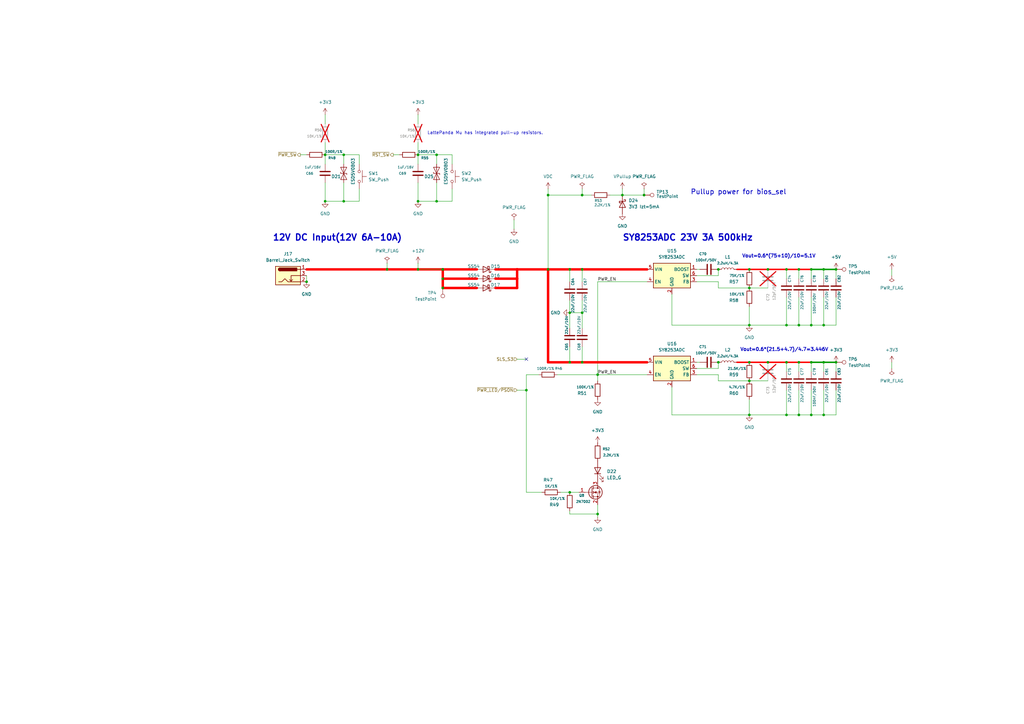
<source format=kicad_sch>
(kicad_sch (version 20250114) (generator "eeschema") (generator_version "9.0")
  (paper "A3")
  (lib_symbols
    (symbol "+3V3_1" (power) (pin_numbers (hide yes)) (pin_names (offset 0) (hide yes))
      (property "Value" "+3V3" (at 0 3.556 0))
      (symbol "+3V3_1_0_1"
        (polyline (pts (xy -0.762 1.27) (xy 0 2.54)))
        (polyline (pts (xy 0 2.54) (xy 0.762 1.27)))
        (polyline (pts (xy 0 0) (xy 0 2.54)))
      )
      (symbol "+3V3_1_1_1"
        (pin power_in line (at 0 0 90) (length 0) (name "~") (number "1"))
      )
    )
    (symbol "Connector:Barrel_Jack_Switch" (pin_names (hide yes))
      (property "Reference" "J" (at 0 5.334 0))
      (property "Value" "Barrel_Jack_Switch" (at 0 -5.08 0))
      (symbol "Barrel_Jack_Switch_0_1"
        (rectangle (start -5.08 3.81) (end 5.08 -3.81) (stroke (width 0.254)) (fill (type background)))
        (polyline (pts (xy -3.81 -2.54) (xy -2.54 -2.54) (xy -1.27 -1.27) (xy 0 -2.54) (xy 2.54 -2.54) (xy 5.08 -2.54)) (stroke (width 0.254)))
        (arc (start -3.302 1.905) (mid -3.9343 2.54) (end -3.302 3.175) (stroke (width 0.254)))
        (arc (start -3.302 1.905) (mid -3.9343 2.54) (end -3.302 3.175) (stroke (width 0.254)) (fill (type outline)))
        (polyline (pts (xy 1.27 -2.286) (xy 1.905 -1.651)) (stroke (width 0.254)))
        (rectangle (start 3.683 3.175) (end -3.302 1.905) (stroke (width 0.254)) (fill (type outline)))
        (polyline (pts (xy 5.08 2.54) (xy 3.81 2.54)) (stroke (width 0.254)))
        (polyline (pts (xy 5.08 0) (xy 1.27 0) (xy 1.27 -2.286) (xy 0.635 -1.651)) (stroke (width 0.254)))
      )
      (symbol "Barrel_Jack_Switch_1_1"
        (pin passive line (at 7.62 2.54 180) (length 2.54) (name "~") (number "1"))
        (pin passive line (at 7.62 0 180) (length 2.54) (name "~") (number "3"))
        (pin passive line (at 7.62 -2.54 180) (length 2.54) (name "~") (number "2"))
      )
    )
    (symbol "Connector:TestPoint" (pin_numbers (hide yes)) (pin_names (offset 0.762) (hide yes))
      (property "Reference" "TP" (at 0 6.858 0))
      (property "Value" "TestPoint" (at 0 5.08 0))
      (symbol "TestPoint_0_1"
        (circle (center 0 3.302) (radius 0.762))
      )
      (symbol "TestPoint_1_1"
        (pin passive line (at 0 0 90) (length 2.54) (name "1") (number "1"))
      )
    )
    (symbol "Device:C" (pin_numbers (hide yes)) (pin_names (offset 0.254))
      (property "Reference" "C" (at 0.635 2.54 0))
      (property "Value" "C" (at 0.635 -2.54 0))
      (symbol "C_0_1"
        (polyline (pts (xy -2.032 0.762) (xy 2.032 0.762)) (stroke (width 0.508)))
        (polyline (pts (xy -2.032 -0.762) (xy 2.032 -0.762)) (stroke (width 0.508)))
      )
      (symbol "C_1_1"
        (pin passive line (at 0 3.81 270) (length 2.794) (name "~") (number "1"))
        (pin passive line (at 0 -3.81 90) (length 2.794) (name "~") (number "2"))
      )
    )
    (symbol "Device:D_Schottky" (pin_numbers (hide yes)) (pin_names (offset 1.016) (hide yes))
      (property "Reference" "D" (at 0 2.54 0))
      (property "Value" "D_Schottky" (at 0 -2.54 0))
      (symbol "D_Schottky_0_1"
        (polyline (pts (xy -1.905 0.635) (xy -1.905 1.27) (xy -1.27 1.27) (xy -1.27 -1.27) (xy -0.635 -1.27) (xy -0.635 -0.635)) (stroke (width 0.254)))
        (polyline (pts (xy 1.27 1.27) (xy 1.27 -1.27) (xy -1.27 0) (xy 1.27 1.27)) (stroke (width 0.254)))
        (polyline (pts (xy 1.27 0) (xy -1.27 0)))
      )
      (symbol "D_Schottky_1_1"
        (pin passive line (at -3.81 0 0) (length 2.54) (name "K") (number "1"))
        (pin passive line (at 3.81 0 180) (length 2.54) (name "A") (number "2"))
      )
    )
    (symbol "Device:L" (pin_numbers (hide yes)) (pin_names (offset 1.016) (hide yes))
      (property "Reference" "L" (at -1.27 0 90))
      (property "Value" "L" (at 1.905 0 90))
      (symbol "L_0_1"
        (arc (start 0 2.54) (mid 0.6323 1.905) (end 0 1.27))
        (arc (start 0 1.27) (mid 0.6323 0.635) (end 0 0))
        (arc (start 0 0) (mid 0.6323 -0.635) (end 0 -1.27))
        (arc (start 0 -1.27) (mid 0.6323 -1.905) (end 0 -2.54))
      )
      (symbol "L_1_1"
        (pin passive line (at 0 3.81 270) (length 1.27) (name "1") (number "1"))
        (pin passive line (at 0 -3.81 90) (length 1.27) (name "2") (number "2"))
      )
    )
    (symbol "Device:LED" (pin_numbers (hide yes)) (pin_names (offset 1.016) (hide yes))
      (property "Reference" "D" (at 0 2.54 0))
      (property "Value" "LED" (at 0 -2.54 0))
      (symbol "LED_0_1"
        (polyline (pts (xy -3.048 -0.762) (xy -4.572 -2.286) (xy -3.81 -2.286) (xy -4.572 -2.286) (xy -4.572 -1.524)))
        (polyline (pts (xy -1.778 -0.762) (xy -3.302 -2.286) (xy -2.54 -2.286) (xy -3.302 -2.286) (xy -3.302 -1.524)))
        (polyline (pts (xy -1.27 0) (xy 1.27 0)))
        (polyline (pts (xy -1.27 -1.27) (xy -1.27 1.27)) (stroke (width 0.254)))
        (polyline (pts (xy 1.27 -1.27) (xy 1.27 1.27) (xy -1.27 0) (xy 1.27 -1.27)) (stroke (width 0.254)))
      )
      (symbol "LED_1_1"
        (pin passive line (at -3.81 0 0) (length 2.54) (name "K") (number "1"))
        (pin passive line (at 3.81 0 180) (length 2.54) (name "A") (number "2"))
      )
    )
    (symbol "Device:R" (pin_numbers (hide yes)) (pin_names (offset 0))
      (property "Reference" "R" (at 2.032 0 90))
      (property "Value" "R" (at 0 0 90))
      (symbol "R_0_1"
        (rectangle (start -1.016 -2.54) (end 1.016 2.54) (stroke (width 0.254)))
      )
      (symbol "R_1_1"
        (pin passive line (at 0 3.81 270) (length 1.27) (name "~") (number "1"))
        (pin passive line (at 0 -3.81 90) (length 1.27) (name "~") (number "2"))
      )
    )
    (symbol "Diode:ESD9B5.0ST5G" (pin_numbers (hide yes)) (pin_names (offset 1.016) (hide yes))
      (property "Reference" "D" (at 0 2.54 0))
      (property "Value" "ESD9B5.0ST5G" (at 0 -2.54 0))
      (symbol "ESD9B5.0ST5G_0_1"
        (polyline (pts (xy -2.54 -1.27) (xy 0 0) (xy -2.54 1.27) (xy -2.54 -1.27)) (stroke (width 0.2032)))
        (polyline (pts (xy 0.508 1.27) (xy 0 1.27) (xy 0 -1.27) (xy -0.508 -1.27)) (stroke (width 0.2032)))
        (polyline (pts (xy 1.27 0) (xy -1.27 0)))
        (polyline (pts (xy 2.54 1.27) (xy 2.54 -1.27) (xy 0 0) (xy 2.54 1.27)) (stroke (width 0.2032)))
      )
      (symbol "ESD9B5.0ST5G_1_1"
        (pin passive line (at -3.81 0 0) (length 2.54) (name "A1") (number "1"))
        (pin passive line (at 3.81 0 180) (length 2.54) (name "A2") (number "2"))
      )
    )
    (symbol "Regulator_Switching:LM2734X"
      (property "Reference" "U" (at -7.62 6.35 0))
      (property "Value" "LM2734X" (at 0 6.35 0))
      (symbol "LM2734X_0_1"
        (rectangle (start -7.62 5.08) (end 7.62 -5.08) (stroke (width 0.254)) (fill (type background)))
        (pin input line (at 10.16 2.54 180) (length 2.54) (name "BOOST") (number "1"))
      )
      (symbol "LM2734X_1_1"
        (pin power_in line (at -10.16 2.54 0) (length 2.54) (name "VIN") (number "5"))
        (pin input line (at -10.16 -2.54 0) (length 2.54) (name "EN") (number "4"))
        (pin power_in line (at 0 -7.62 90) (length 2.54) (name "GND") (number "2"))
        (pin output line (at 10.16 0 180) (length 2.54) (name "SW") (number "6"))
        (pin input line (at 10.16 -2.54 180) (length 2.54) (name "FB") (number "3"))
      )
    )
    (symbol "Switch:SW_Push" (pin_numbers (hide yes)) (pin_names (offset 1.016) (hide yes))
      (property "Reference" "SW" (at 1.27 2.54 0))
      (property "Value" "SW_Push" (at 0 -1.524 0))
      (symbol "SW_Push_0_1"
        (circle (center -2.032 0) (radius 0.508))
        (polyline (pts (xy 0 1.27) (xy 0 3.048)))
        (circle (center 2.032 0) (radius 0.508))
        (polyline (pts (xy 2.54 1.27) (xy -2.54 1.27)))
        (pin passive line (at -5.08 0 0) (length 2.54) (name "1") (number "1"))
        (pin passive line (at 5.08 0 180) (length 2.54) (name "2") (number "2"))
      )
    )
    (symbol "Transistor_FET:2N7002" (pin_names (hide yes))
      (property "Reference" "Q" (at 5.08 1.905 0))
      (property "Value" "2N7002" (at 5.08 0 0))
      (symbol "2N7002_0_1"
        (polyline (pts (xy 0.254 1.905) (xy 0.254 -1.905)) (stroke (width 0.254)))
        (polyline (pts (xy 0.254 0) (xy -2.54 0)))
        (polyline (pts (xy 0.762 2.286) (xy 0.762 1.27)) (stroke (width 0.254)))
        (polyline (pts (xy 0.762 0.508) (xy 0.762 -0.508)) (stroke (width 0.254)))
        (polyline (pts (xy 0.762 -1.27) (xy 0.762 -2.286)) (stroke (width 0.254)))
        (polyline (pts (xy 0.762 -1.778) (xy 3.302 -1.778) (xy 3.302 1.778) (xy 0.762 1.778)))
        (polyline (pts (xy 1.016 0) (xy 2.032 0.381) (xy 2.032 -0.381) (xy 1.016 0)) (fill (type outline)))
        (circle (center 1.651 0) (radius 2.794) (stroke (width 0.254)))
        (polyline (pts (xy 2.54 2.54) (xy 2.54 1.778)))
        (circle (center 2.54 1.778) (radius 0.254) (fill (type outline)))
        (circle (center 2.54 -1.778) (radius 0.254) (fill (type outline)))
        (polyline (pts (xy 2.54 -2.54) (xy 2.54 0) (xy 0.762 0)))
        (polyline (pts (xy 2.794 0.508) (xy 2.921 0.381) (xy 3.683 0.381) (xy 3.81 0.254)))
        (polyline (pts (xy 3.302 0.381) (xy 2.921 -0.254) (xy 3.683 -0.254) (xy 3.302 0.381)))
      )
      (symbol "2N7002_1_1"
        (pin input line (at -5.08 0 0) (length 2.54) (name "G") (number "1"))
        (pin passive line (at 2.54 5.08 270) (length 2.54) (name "D") (number "3"))
        (pin passive line (at 2.54 -5.08 90) (length 2.54) (name "S") (number "2"))
      )
    )
    (symbol "power:+12V" (power) (pin_numbers (hide yes)) (pin_names (offset 0) (hide yes))
      (property "Value" "+12V" (at 0 3.556 0))
      (symbol "+12V_0_1"
        (polyline (pts (xy -0.762 1.27) (xy 0 2.54)))
        (polyline (pts (xy 0 2.54) (xy 0.762 1.27)))
        (polyline (pts (xy 0 0) (xy 0 2.54)))
      )
      (symbol "+12V_1_1"
        (pin power_in line (at 0 0 90) (length 0) (name "~") (number "1"))
      )
    )
    (symbol "power:+3V3" (power) (pin_numbers (hide yes)) (pin_names (offset 0) (hide yes))
      (property "Value" "+3V3" (at 0 3.556 0))
      (symbol "+3V3_0_1"
        (polyline (pts (xy -0.762 1.27) (xy 0 2.54)))
        (polyline (pts (xy 0 2.54) (xy 0.762 1.27)))
        (polyline (pts (xy 0 0) (xy 0 2.54)))
      )
      (symbol "+3V3_1_1"
        (pin power_in line (at 0 0 90) (length 0) (name "~") (number "1"))
      )
    )
    (symbol "power:+5V" (power) (pin_numbers (hide yes)) (pin_names (offset 0) (hide yes))
      (property "Value" "+5V" (at 0 3.556 0))
      (symbol "+5V_0_1"
        (polyline (pts (xy -0.762 1.27) (xy 0 2.54)))
        (polyline (pts (xy 0 2.54) (xy 0.762 1.27)))
        (polyline (pts (xy 0 0) (xy 0 2.54)))
      )
      (symbol "+5V_1_1"
        (pin power_in line (at 0 0 90) (length 0) (name "~") (number "1"))
      )
    )
    (symbol "power:GND" (power) (pin_numbers (hide yes)) (pin_names (offset 0) (hide yes))
      (property "Value" "GND" (at 0 -3.81 0))
      (symbol "GND_0_1"
        (polyline (pts (xy 0 0) (xy 0 -1.27) (xy 1.27 -1.27) (xy 0 -2.54) (xy -1.27 -1.27) (xy 0 -1.27)))
      )
      (symbol "GND_1_1"
        (pin power_in line (at 0 0 270) (length 0) (name "~") (number "1"))
      )
    )
    (symbol "power:PWR_FLAG" (power) (pin_numbers (hide yes)) (pin_names (offset 0) (hide yes))
      (property "Value" "PWR_FLAG" (at 0 3.81 0))
      (symbol "PWR_FLAG_0_0"
        (pin power_out line (at 0 0 90) (length 0) (name "~") (number "1"))
      )
      (symbol "PWR_FLAG_0_1"
        (polyline (pts (xy 0 0) (xy 0 1.27) (xy -1.016 1.905) (xy 0 2.54) (xy 1.016 1.905) (xy 0 1.27)))
      )
    )
    (symbol "power:VDC" (power) (pin_numbers (hide yes)) (pin_names (offset 0) (hide yes))
      (property "Value" "VDC" (at 0 3.556 0))
      (symbol "VDC_0_1"
        (polyline (pts (xy -0.762 1.27) (xy 0 2.54)))
        (polyline (pts (xy 0 2.54) (xy 0.762 1.27)))
        (polyline (pts (xy 0 0) (xy 0 2.54)))
      )
      (symbol "VDC_1_1"
        (pin power_in line (at 0 0 90) (length 0) (name "~") (number "1"))
      )
    )
  )
  (text "Vout=0.6*(21.5+4.7)/4.7=3.446V" (at 303.53 144.272 0) (effects (font (size 1.397 1.397) (thickness 0.2794) (bold yes)) (justify left bottom)))
  (text "Vout=0.6*(75+10)/10=5.1V" (at 304.292 105.918 0) (effects (font (size 1.397 1.397) (thickness 0.2794) (bold yes)) (justify left bottom)))
  (text "Pullup power for bios_sel\n" (at 283.21 80.01 0) (effects (font (size 2 2) (thickness 0.2794) (bold yes)) (justify left bottom)))
  (text "SY8253ADC 23V 3A 500kHz\n" (at 255.27 99.06 0) (effects (font (size 2.54 2.54) (thickness 0.508) (bold yes)) (justify left bottom)))
  (text "12V DC Input(12V 6A-10A)" (at 111.76 99.06 0) (effects (font (size 2.54 2.54) (thickness 0.508) (bold yes)) (justify left bottom)))
  (text "LattePanda Mu has integrated pull-up resistors." (at 175.26 54.61 0) (effects (font (size 1.27 1.27)) (justify left)))
  (junction (at 322.58 148.59))
  (junction (at 332.74 110.49))
  (junction (at 233.68 128.27))
  (junction (at 140.97 63.5))
  (junction (at 332.74 170.18))
  (junction (at 179.07 63.5))
  (junction (at 294.64 110.49))
  (junction (at 238.76 128.27))
  (junction (at 307.34 110.49))
  (junction (at 233.68 110.49))
  (junction (at 332.74 133.35))
  (junction (at 337.82 170.18))
  (junction (at 322.58 170.18))
  (junction (at 212.09 114.3) (color 255 0 0 1))
  (junction (at 212.09 110.49) (color 255 0 0 1))
  (junction (at 181.61 114.3))
  (junction (at 327.66 110.49))
  (junction (at 171.45 110.49))
  (junction (at 245.11 210.82))
  (junction (at 215.9 160.02))
  (junction (at 322.58 110.49))
  (junction (at 337.82 133.35))
  (junction (at 332.74 148.59))
  (junction (at 224.79 110.49))
  (junction (at 233.68 201.93))
  (junction (at 179.07 82.55))
  (junction (at 238.76 148.59))
  (junction (at 327.66 148.59))
  (junction (at 342.9 148.59))
  (junction (at 238.76 110.49))
  (junction (at 314.96 110.49))
  (junction (at 307.34 148.59))
  (junction (at 337.82 148.59))
  (junction (at 314.96 148.59))
  (junction (at 181.61 110.49))
  (junction (at 307.34 118.11))
  (junction (at 342.9 110.49))
  (junction (at 224.79 80.01))
  (junction (at 181.61 118.11))
  (junction (at 133.35 82.55))
  (junction (at 264.16 80.01))
  (junction (at 140.97 82.55))
  (junction (at 307.34 156.21))
  (junction (at 255.27 80.01))
  (junction (at 245.11 153.67))
  (junction (at 158.75 110.49))
  (junction (at 233.68 148.59))
  (junction (at 327.66 133.35))
  (junction (at 125.73 115.57))
  (junction (at 307.34 170.18))
  (junction (at 307.34 133.35))
  (junction (at 322.58 133.35))
  (junction (at 133.35 63.5))
  (junction (at 327.66 170.18))
  (junction (at 238.76 80.01))
  (junction (at 171.45 63.5))
  (junction (at 337.82 110.49))
  (junction (at 294.64 148.59))
  (junction (at 171.45 82.55))
  (no_connect (at 215.9 147.32))
  (wire (pts (xy 215.9 201.93) (xy 222.25 201.93)))
  (wire (pts (xy 327.66 110.49) (xy 327.66 114.3)))
  (wire (pts (xy 224.79 80.01) (xy 238.76 80.01)))
  (wire (pts (xy 332.74 133.35) (xy 327.66 133.35)))
  (wire (pts (xy 171.45 58.42) (xy 171.45 63.5)))
  (wire (pts (xy 140.97 63.5) (xy 140.97 67.31)))
  (wire (pts (xy 327.66 160.02) (xy 327.66 170.18)))
  (wire (pts (xy 185.42 82.55) (xy 179.07 82.55)))
  (wire (pts (xy 133.35 58.42) (xy 133.35 63.5)))
  (wire (pts (xy 158.75 107.95) (xy 158.75 110.49)))
  (wire (pts (xy 255.27 77.47) (xy 255.27 80.01)))
  (wire (pts (xy 123.19 63.5) (xy 125.73 63.5)))
  (wire (pts (xy 195.58 114.3) (xy 181.61 114.3)) (stroke (width 1) (color 255 0 0 1)))
  (wire (pts (xy 327.66 133.35) (xy 327.66 121.92)))
  (wire (pts (xy 337.82 114.3) (xy 337.82 110.49)))
  (wire (pts (xy 203.2 118.11) (xy 212.09 118.11)) (stroke (width 1) (color 255 0 0 1)))
  (wire (pts (xy 181.61 118.11) (xy 181.61 114.3)) (stroke (width 1) (color 255 0 0 1)))
  (wire (pts (xy 302.26 148.59) (xy 307.34 148.59)) (stroke (width 0.6) (color 255 0 0 1)))
  (wire (pts (xy 307.34 118.11) (xy 314.96 118.11)))
  (wire (pts (xy 322.58 110.49) (xy 314.96 110.49)) (stroke (width 0.6) (color 255 0 0 1)))
  (wire (pts (xy 342.9 170.18) (xy 337.82 170.18)))
  (wire (pts (xy 215.9 160.02) (xy 215.9 201.93)))
  (wire (pts (xy 224.79 110.49) (xy 224.79 148.59)) (stroke (width 1) (color 255 0 0 1)))
  (wire (pts (xy 307.34 133.35) (xy 322.58 133.35)))
  (wire (pts (xy 342.9 121.92) (xy 342.9 133.35)))
  (wire (pts (xy 302.26 110.49) (xy 307.34 110.49)) (stroke (width 0.6) (color 255 0 0 1)))
  (wire (pts (xy 327.66 148.59) (xy 322.58 148.59)) (stroke (width 0.6) (color 255 0 0 1)))
  (wire (pts (xy 203.2 114.3) (xy 212.09 114.3)) (stroke (width 1) (color 255 0 0 1)))
  (wire (pts (xy 337.82 148.59) (xy 332.74 148.59)) (stroke (width 0.6)))
  (wire (pts (xy 294.64 156.21) (xy 307.34 156.21)))
  (wire (pts (xy 365.76 110.49) (xy 365.76 113.03)))
  (wire (pts (xy 307.34 156.21) (xy 314.96 156.21)))
  (wire (pts (xy 140.97 82.55) (xy 133.35 82.55)))
  (wire (pts (xy 337.82 152.4) (xy 337.82 148.59)))
  (wire (pts (xy 161.29 63.5) (xy 163.83 63.5)))
  (wire (pts (xy 294.64 113.03) (xy 294.64 110.49)))
  (wire (pts (xy 181.61 110.49) (xy 195.58 110.49)) (stroke (width 1) (color 255 0 0 1)))
  (wire (pts (xy 171.45 107.95) (xy 171.45 110.49)))
  (wire (pts (xy 215.9 153.67) (xy 215.9 160.02)))
  (wire (pts (xy 179.07 63.5) (xy 179.07 67.31)))
  (wire (pts (xy 332.74 148.59) (xy 327.66 148.59)) (stroke (width 0.6) (color 255 0 0 1)))
  (wire (pts (xy 332.74 110.49) (xy 327.66 110.49)) (stroke (width 0.6) (color 255 0 0 1)))
  (wire (pts (xy 322.58 110.49) (xy 322.58 114.3)))
  (wire (pts (xy 264.16 80.01) (xy 255.27 80.01)))
  (wire (pts (xy 337.82 110.49) (xy 332.74 110.49)) (stroke (width 0.6)))
  (wire (pts (xy 275.59 120.65) (xy 275.59 133.35)))
  (wire (pts (xy 133.35 63.5) (xy 133.35 67.31)))
  (wire (pts (xy 147.32 63.5) (xy 140.97 63.5)))
  (wire (pts (xy 307.34 125.73) (xy 307.34 133.35)))
  (wire (pts (xy 245.11 207.01) (xy 245.11 210.82)))
  (wire (pts (xy 342.9 148.59) (xy 337.82 148.59)))
  (wire (pts (xy 125.73 113.03) (xy 125.73 115.57)))
  (wire (pts (xy 285.75 113.03) (xy 294.64 113.03)))
  (wire (pts (xy 332.74 152.4) (xy 332.74 148.59)))
  (wire (pts (xy 322.58 148.59) (xy 314.96 148.59)) (stroke (width 0.6) (color 255 0 0 1)))
  (wire (pts (xy 245.11 210.82) (xy 245.11 212.09)))
  (wire (pts (xy 203.2 110.49) (xy 212.09 110.49)) (stroke (width 1) (color 255 0 0 1)))
  (wire (pts (xy 140.97 63.5) (xy 133.35 63.5)))
  (wire (pts (xy 245.11 153.67) (xy 265.43 153.67)))
  (wire (pts (xy 238.76 77.47) (xy 238.76 80.01)))
  (wire (pts (xy 337.82 133.35) (xy 332.74 133.35)))
  (wire (pts (xy 224.79 80.01) (xy 224.79 110.49)))
  (wire (pts (xy 171.45 46.99) (xy 171.45 50.8)))
  (wire (pts (xy 212.09 147.32) (xy 215.9 147.32)))
  (wire (pts (xy 233.68 201.93) (xy 237.49 201.93)))
  (wire (pts (xy 294.64 151.13) (xy 294.64 148.59)))
  (wire (pts (xy 337.82 170.18) (xy 332.74 170.18)))
  (wire (pts (xy 275.59 158.75) (xy 275.59 170.18)))
  (wire (pts (xy 337.82 148.59) (xy 332.74 148.59)))
  (wire (pts (xy 294.64 115.57) (xy 294.64 118.11)))
  (wire (pts (xy 229.87 201.93) (xy 233.68 201.93)))
  (wire (pts (xy 332.74 160.02) (xy 332.74 170.18)))
  (wire (pts (xy 212.09 110.49) (xy 224.79 110.49)) (stroke (width 1) (color 255 0 0 1)))
  (wire (pts (xy 337.82 160.02) (xy 337.82 170.18)))
  (wire (pts (xy 179.07 74.93) (xy 179.07 82.55)))
  (wire (pts (xy 285.75 110.49) (xy 287.02 110.49)))
  (wire (pts (xy 322.58 170.18) (xy 327.66 170.18)))
  (wire (pts (xy 212.09 110.49) (xy 212.09 114.3)) (stroke (width 1) (color 255 0 0 1)))
  (wire (pts (xy 212.09 160.02) (xy 215.9 160.02)))
  (wire (pts (xy 171.45 63.5) (xy 171.45 67.31)))
  (wire (pts (xy 342.9 152.4) (xy 342.9 148.59)))
  (wire (pts (xy 238.76 110.49) (xy 265.43 110.49)) (stroke (width 1) (color 255 0 0 1)))
  (wire (pts (xy 332.74 121.92) (xy 332.74 133.35)))
  (wire (pts (xy 365.76 148.59) (xy 365.76 151.13)))
  (wire (pts (xy 332.74 170.18) (xy 327.66 170.18)))
  (wire (pts (xy 285.75 153.67) (xy 294.64 153.67)))
  (wire (pts (xy 215.9 153.67) (xy 220.98 153.67)))
  (wire (pts (xy 285.75 151.13) (xy 294.64 151.13)))
  (wire (pts (xy 228.6 153.67) (xy 245.11 153.67)))
  (wire (pts (xy 185.42 67.31) (xy 185.42 63.5)))
  (wire (pts (xy 233.68 110.49) (xy 238.76 110.49)) (stroke (width 1) (color 255 0 0 1)))
  (wire (pts (xy 224.79 110.49) (xy 233.68 110.49)) (stroke (width 1) (color 255 0 0 1)))
  (wire (pts (xy 275.59 170.18) (xy 307.34 170.18)))
  (wire (pts (xy 322.58 160.02) (xy 322.58 170.18)))
  (wire (pts (xy 185.42 77.47) (xy 185.42 82.55)))
  (wire (pts (xy 322.58 133.35) (xy 327.66 133.35)))
  (wire (pts (xy 212.09 114.3) (xy 212.09 118.11)) (stroke (width 1) (color 255 0 0 1)))
  (wire (pts (xy 245.11 115.57) (xy 245.11 153.67)))
  (wire (pts (xy 210.82 90.17) (xy 210.82 93.98)))
  (wire (pts (xy 195.58 118.11) (xy 181.61 118.11)) (stroke (width 1) (color 255 0 0 1)))
  (wire (pts (xy 327.66 110.49) (xy 322.58 110.49)) (stroke (width 0.6) (color 255 0 0 1)))
  (wire (pts (xy 294.64 153.67) (xy 294.64 156.21)))
  (wire (pts (xy 185.42 63.5) (xy 179.07 63.5)))
  (wire (pts (xy 238.76 142.24) (xy 238.76 148.59)))
  (wire (pts (xy 327.66 148.59) (xy 327.66 152.4)))
  (wire (pts (xy 337.82 121.92) (xy 337.82 133.35)))
  (wire (pts (xy 250.19 80.01) (xy 255.27 80.01)))
  (wire (pts (xy 224.79 148.59) (xy 233.68 148.59)) (stroke (width 1) (color 255 0 0 1)))
  (wire (pts (xy 238.76 128.27) (xy 238.76 134.62)))
  (wire (pts (xy 147.32 77.47) (xy 147.32 82.55)))
  (wire (pts (xy 133.35 46.99) (xy 133.35 50.8)))
  (wire (pts (xy 238.76 80.01) (xy 242.57 80.01)))
  (wire (pts (xy 238.76 148.59) (xy 265.43 148.59)) (stroke (width 1) (color 255 0 0 1)))
  (wire (pts (xy 264.16 77.47) (xy 264.16 80.01)))
  (wire (pts (xy 275.59 133.35) (xy 307.34 133.35)))
  (wire (pts (xy 342.9 148.59) (xy 337.82 148.59)) (stroke (width 0.6)))
  (wire (pts (xy 285.75 148.59) (xy 287.02 148.59)))
  (wire (pts (xy 238.76 123.19) (xy 238.76 128.27)))
  (wire (pts (xy 140.97 74.93) (xy 140.97 82.55)))
  (wire (pts (xy 307.34 170.18) (xy 322.58 170.18)))
  (wire (pts (xy 342.9 114.3) (xy 342.9 110.49)))
  (wire (pts (xy 147.32 67.31) (xy 147.32 63.5)))
  (wire (pts (xy 337.82 110.49) (xy 332.74 110.49)))
  (wire (pts (xy 233.68 148.59) (xy 238.76 148.59)) (stroke (width 1) (color 255 0 0 1)))
  (wire (pts (xy 332.74 114.3) (xy 332.74 110.49)))
  (wire (pts (xy 171.45 110.49) (xy 181.61 110.49)) (stroke (width 1) (color 255 0 0 1)))
  (wire (pts (xy 322.58 121.92) (xy 322.58 133.35)))
  (wire (pts (xy 224.79 77.47) (xy 224.79 80.01)))
  (wire (pts (xy 342.9 133.35) (xy 337.82 133.35)))
  (wire (pts (xy 158.75 110.49) (xy 171.45 110.49)) (stroke (width 1) (color 255 0 0 1)))
  (wire (pts (xy 147.32 82.55) (xy 140.97 82.55)))
  (wire (pts (xy 233.68 115.57) (xy 233.68 110.49)))
  (wire (pts (xy 233.68 123.19) (xy 233.68 128.27)))
  (wire (pts (xy 233.68 142.24) (xy 233.68 148.59)))
  (wire (pts (xy 238.76 115.57) (xy 238.76 110.49)))
  (wire (pts (xy 233.68 210.82) (xy 245.11 210.82)))
  (wire (pts (xy 233.68 128.27) (xy 233.68 134.62)))
  (wire (pts (xy 307.34 163.83) (xy 307.34 170.18)))
  (wire (pts (xy 125.73 110.49) (xy 158.75 110.49)) (stroke (width 1) (color 255 0 0 1)))
  (wire (pts (xy 179.07 82.55) (xy 171.45 82.55)))
  (wire (pts (xy 245.11 153.67) (xy 245.11 156.21)))
  (wire (pts (xy 181.61 114.3) (xy 181.61 110.49)) (stroke (width 1) (color 255 0 0 1)))
  (wire (pts (xy 337.82 110.49) (xy 342.9 110.49)) (stroke (width 0.6)))
  (wire (pts (xy 285.75 115.57) (xy 294.64 115.57)))
  (wire (pts (xy 171.45 110.49) (xy 181.61 110.49)))
  (wire (pts (xy 307.34 110.49) (xy 314.96 110.49)) (stroke (width 0.6) (color 255 0 0 1)))
  (wire (pts (xy 179.07 63.5) (xy 171.45 63.5)))
  (wire (pts (xy 171.45 110.49) (xy 167.64 110.49)))
  (wire (pts (xy 245.11 115.57) (xy 265.43 115.57)))
  (wire (pts (xy 307.34 148.59) (xy 314.96 148.59)) (stroke (width 0.6) (color 255 0 0 1)))
  (wire (pts (xy 171.45 74.93) (xy 171.45 82.55)))
  (wire (pts (xy 133.35 74.93) (xy 133.35 82.55)))
  (wire (pts (xy 322.58 148.59) (xy 322.58 152.4)))
  (wire (pts (xy 233.68 209.55) (xy 233.68 210.82)))
  (wire (pts (xy 342.9 110.49) (xy 337.82 110.49)))
  (wire (pts (xy 294.64 118.11) (xy 307.34 118.11)))
  (wire (pts (xy 238.76 128.27) (xy 233.68 128.27)))
  (wire (pts (xy 342.9 160.02) (xy 342.9 170.18)))
  (label "PWR_EN" (at 245.11 115.57 0))
  (label "PWR_EN" (at 245.11 153.67 0))
  (hierarchical_label "SLS_S3" (shape input) (at 212.09 147.32 180))
  (hierarchical_label "~{RST_SW}" (shape output) (at 161.29 63.5 180))
  (hierarchical_label "~{PWR_SW}" (shape output) (at 123.19 63.5 180))
  (hierarchical_label "~{PWR_LED}{slash}~{PSON}" (shape input) (at 212.09 160.02 180))
  (symbol (lib_id "Device:C") (at 327.66 156.21 180) (unit 1)
    (property "Reference" "C77" (at 328.93 152.4 90) (effects (font (size 1 1))))
    (property "Value" "22uF/10V" (at 328.93 161.29 90) (effects (font (size 1 1))))
    (property "Footprint" "A_HDJ_Library:C_0603_1608Metric" (effects (hide yes)))
    (property "SCH_Show_Footprint" "C603" (effects (hide yes)))
  )
  (symbol (lib_id "Connector:Barrel_Jack_Switch") (at 118.11 113.03 0) (unit 1)
    (property "Reference" "J17" (at 118.11 104.14 0))
    (property "Value" "Barrel_Jack_Switch" (at 118.11 106.68 0))
    (property "Footprint" "A_HDJ_Library:DC_Jack_DC007B_30V_10A" (effects (hide yes)))
  )
  (symbol (lib_id "Device:C") (at 314.96 114.3 0) (unit 1) (in_bom no) (dnp yes)
    (property "Reference" "C72" (at 314.96 121.92 90) (effects (font (size 1 1))))
    (property "Value" "12pF/50V" (at 317.5 119.38 90) (effects (font (size 1 1))))
    (property "Footprint" "Capacitor_SMD:C_0402_1005Metric" (effects (hide yes)))
    (property "SCH_Show_Footprint" "C0402" (effects (hide yes)))
  )
  (symbol (lib_id "Device:C") (at 133.35 71.12 0) (unit 1)
    (property "Reference" "C66" (at 127 71.12 0) (effects (font (size 1 1))))
    (property "Value" "1uF/16V" (at 128.27 68.58 0) (effects (font (size 1 1))))
    (property "Footprint" "A_HDJ_Library:C_0402_1005Metric" (effects (hide yes)))
    (property "SCH_Show_Footprint" "C0402" (effects (hide yes)))
  )
  (symbol (lib_id "Device:R") (at 307.34 121.92 180) (unit 1)
    (property "Reference" "R58" (at 300.99 123.19 0))
    (property "Value" "10K/1%" (at 302.26 120.65 0) (effects (font (size 1 1))))
    (property "Footprint" "A_HDJ_Library:R_0402_1005Metric" (effects (hide yes)))
  )
  (symbol (lib_id "Switch:SW_Push") (at 185.42 72.39 270) (unit 1)
    (property "Reference" "SW2" (at 189.23 71.12 90) (effects (justify left)))
    (property "Value" "SW_Push" (at 189.23 73.66 90) (effects (justify left)))
    (property "Footprint" "A_HDJ_Library:SW_Push_6x6x6" (effects (hide yes)))
  )
  (symbol (lib_id "power:GND") (at 255.27 87.63 0) (unit 1)
    (property "Reference" "#PWR096" (effects (hide yes)))
    (property "Value" "GND" (at 255.27 92.71 0))
  )
  (symbol (lib_id "Device:R") (at 307.34 114.3 180) (unit 1)
    (property "Reference" "R57" (at 300.99 115.57 0))
    (property "Value" "75K/1%" (at 302.26 113.03 0) (effects (font (size 1 1))))
    (property "Footprint" "A_HDJ_Library:R_0402_1005Metric" (effects (hide yes)))
  )
  (symbol (lib_id "Device:C") (at 337.82 118.11 180) (unit 1)
    (property "Reference" "C80" (at 339.09 114.3 90) (effects (font (size 1 1))))
    (property "Value" "22uF/10V" (at 339.09 123.19 90) (effects (font (size 1 1))))
    (property "Footprint" "A_HDJ_Library:C_0603_1608Metric" (effects (hide yes)))
    (property "SCH_Show_Footprint" "C603" (effects (hide yes)))
  )
  (symbol (lib_id "power:GND") (at 245.11 163.83 0) (unit 1)
    (property "Reference" "#PWR090" (effects (hide yes)))
    (property "Value" "GND" (at 245.11 168.91 0))
  )
  (symbol (lib_id "Device:R") (at 167.64 63.5 270) (unit 1)
    (property "Reference" "R55" (at 172.72 64.77 90) (effects (font (size 1 1)) (justify left)))
    (property "Value" "100R/1%" (at 171.45 62.23 90) (effects (font (size 1 1)) (justify left)))
    (property "Footprint" "A_HDJ_Library:R_0402_1005Metric" (effects (hide yes)))
  )
  (symbol (lib_id "power:GND") (at 307.34 170.18 0) (unit 1)
    (property "Reference" "#PWR0100" (effects (hide yes)))
    (property "Value" "GND" (at 307.34 175.26 0))
  )
  (symbol (lib_id "Regulator_Switching:LM2734X") (at 275.59 151.13 0) (unit 1)
    (property "Reference" "U16" (at 275.59 140.97 0))
    (property "Value" "SY8253ADC" (at 275.59 143.51 0))
    (property "Footprint" "A_HDJ_Library:TSOT-23-6" (effects (hide yes)))
    (property "Datasheet" "https://atta.szlcsc.com/upload/public/pdf/source/20180625/C93736_E75EC6FD4320D65590D2D5BF0D8B8959.pdf" (effects (hide yes)))
  )
  (symbol (lib_id "Device:R") (at 133.35 54.61 180) (unit 1) (in_bom no) (dnp yes)
    (property "Reference" "R50" (at 132.08 53.34 0) (effects (font (size 1 1)) (justify left)))
    (property "Value" "10K/1%" (at 132.08 55.88 0) (effects (font (size 1 1)) (justify left)))
    (property "Footprint" "Resistor_SMD:R_0402_1005Metric" (effects (hide yes)))
  )
  (symbol (lib_id "Device:D_Schottky") (at 255.27 83.82 270) (unit 1)
    (property "Reference" "D24" (at 257.81 82.2324 90) (effects (justify left)))
    (property "Value" "3V3 Izt=5mA" (at 257.81 84.7724 90) (effects (justify left)))
    (property "Footprint" "A_HDJ_Library:D_SOD-323" (effects (hide yes)))
    (property "Description" "Schottky diode" (effects (hide yes)))
  )
  (symbol (lib_id "power:GND") (at 245.11 212.09 0) (unit 1)
    (property "Reference" "#PWR092" (effects (hide yes)))
    (property "Value" "GND" (at 245.11 217.17 0))
  )
  (symbol (lib_id "Diode:ESD9B5.0ST5G") (at 179.07 71.12 90) (unit 1)
    (property "Reference" "D25" (at 173.99 72.39 90) (effects (justify right)))
    (property "Value" "ESD5V0B03" (at 182.88 64.77 0) (effects (justify right)))
    (property "Footprint" "A_HDJ_Library:D_0402_1005Metric" (effects (hide yes)))
    (property "Datasheet" "https://www.onsemi.com/pub/Collateral/ESD9B-D.PDF" (effects (hide yes)))
    (property "SCH_Show_Footprint" "D0402" (effects (hide yes)))
  )
  (symbol (lib_name "+3V3_1") (lib_id "power:+3V3") (at 255.27 77.47 0) (unit 1)
    (property "Reference" "#PWR095" (effects (hide yes)))
    (property "Value" "VPullup" (at 255.27 72.39 0))
    (property "Description" "Power symbol creates a global label with name \"VPullup\"" (effects (hide yes)))
  )
  (symbol (lib_id "power:GND") (at 307.34 133.35 0) (unit 1)
    (property "Reference" "#PWR099" (effects (hide yes)))
    (property "Value" "GND" (at 307.34 138.43 0))
  )
  (symbol (lib_id "Device:D_Schottky") (at 199.39 110.49 180) (unit 1)
    (property "Reference" "D15" (at 203.2 109.22 0))
    (property "Value" "SS54" (at 194.31 109.22 0))
    (property "Footprint" "A_HDJ_Library:D_SMA" (effects (hide yes)))
    (property "SCH_Show_Footprint" "SMA" (effects (hide yes)))
  )
  (symbol (lib_id "power:PWR_FLAG") (at 365.76 151.13 180) (unit 1)
    (property "Reference" "#FLG0902" (effects (hide yes)))
    (property "Value" "PWR_FLAG" (at 365.76 156.21 0))
    (property "Description" "Special symbol for telling ERC where power comes from" (effects (hide yes)))
  )
  (symbol (lib_id "Device:R") (at 307.34 160.02 180) (unit 1)
    (property "Reference" "R60" (at 300.99 161.29 0))
    (property "Value" "4.7K/1%" (at 302.26 158.75 0) (effects (font (size 1 1))))
    (property "Footprint" "A_HDJ_Library:R_0402_1005Metric" (effects (hide yes)))
  )
  (symbol (lib_id "power:GND") (at 233.68 128.27 270) (unit 1)
    (property "Reference" "#PWR087" (effects (hide yes)))
    (property "Value" "GND" (at 229.87 128.27 90) (effects (justify right)))
  )
  (symbol (lib_id "Device:R") (at 226.06 201.93 90) (unit 1)
    (property "Reference" "R47" (at 224.79 196.85 90))
    (property "Value" "1K/1%" (at 226.06 199.39 90) (effects (font (size 1 1))))
    (property "Footprint" "A_HDJ_Library:R_0402_1005Metric" (effects (hide yes)))
  )
  (symbol (lib_id "Device:C") (at 290.83 110.49 270) (unit 1)
    (property "Reference" "C70" (at 288.29 104.14 90) (effects (font (size 1 1))))
    (property "Value" "100nF/50V" (at 289.56 106.68 90) (effects (font (size 1 1))))
    (property "Footprint" "A_HDJ_Library:C_0402_1005Metric" (effects (hide yes)))
    (property "SCH_Show_Footprint" "C0402" (effects (hide yes)))
  )
  (symbol (lib_id "power:+3V3") (at 342.9 148.59 0) (unit 1)
    (property "Reference" "#PWR0102" (effects (hide yes)))
    (property "Value" "+3V3" (at 342.9 143.51 0))
  )
  (symbol (lib_id "power:+3V3") (at 171.45 46.99 0) (unit 1)
    (property "Reference" "#PWR097" (effects (hide yes)))
    (property "Value" "+3V3" (at 171.45 41.91 0))
  )
  (symbol (lib_id "Connector:TestPoint") (at 181.61 118.11 0) (mirror x) (unit 1) (in_bom no)
    (property "Reference" "TP4" (at 179.07 120.1419 0) (effects (justify right)))
    (property "Value" "TestPoint" (at 179.07 122.6819 0) (effects (justify right)))
    (property "Footprint" "A_HDJ_Library:TestPoint_Pad_D1.5mm" (effects (hide yes)))
    (property "Description" "test point" (effects (hide yes)))
  )
  (symbol (lib_id "Device:C") (at 314.96 152.4 0) (unit 1) (in_bom no) (dnp yes)
    (property "Reference" "C73" (at 314.96 160.02 90) (effects (font (size 1 1))))
    (property "Value" "12pF/50V" (at 317.5 157.48 90) (effects (font (size 1 1))))
    (property "Footprint" "Capacitor_SMD:C_0402_1005Metric" (effects (hide yes)))
    (property "SCH_Show_Footprint" "C0402" (effects (hide yes)))
  )
  (symbol (lib_id "power:+5V") (at 365.76 110.49 0) (unit 1)
    (property "Reference" "#PWR0901" (effects (hide yes)))
    (property "Value" "+5V" (at 365.76 105.41 0))
  )
  (symbol (lib_id "Device:R") (at 246.38 80.01 90) (unit 1)
    (property "Reference" "R53" (at 246.888 82.296 90) (effects (font (size 1 1)) (justify left)))
    (property "Value" "2.2K/1%" (at 250.444 84.074 90) (effects (font (size 1 1)) (justify left)))
    (property "Footprint" "A_HDJ_Library:R_0402_1005Metric" (effects (hide yes)))
  )
  (symbol (lib_id "power:PWR_FLAG") (at 158.75 107.95 0) (unit 1)
    (property "Reference" "#FLG0907" (effects (hide yes)))
    (property "Value" "PWR_FLAG" (at 158.75 102.87 0))
    (property "Description" "Special symbol for telling ERC where power comes from" (effects (hide yes)))
  )
  (symbol (lib_id "power:GND") (at 133.35 82.55 0) (unit 1)
    (property "Reference" "#PWR089" (effects (hide yes)))
    (property "Value" "GND" (at 133.35 87.63 0))
  )
  (symbol (lib_id "power:GND") (at 171.45 82.55 0) (unit 1)
    (property "Reference" "#PWR098" (effects (hide yes)))
    (property "Value" "GND" (at 171.45 87.63 0))
  )
  (symbol (lib_id "Connector:TestPoint") (at 342.9 148.59 270) (unit 1) (in_bom no)
    (property "Reference" "TP6" (at 347.98 147.3199 90) (effects (justify left)))
    (property "Value" "TestPoint" (at 347.98 149.8599 90) (effects (justify left)))
    (property "Footprint" "A_HDJ_Library:TestPoint_Pad_D1.5mm" (effects (hide yes)))
    (property "Description" "test point" (effects (hide yes)))
  )
  (symbol (lib_id "Switch:SW_Push") (at 147.32 72.39 270) (unit 1)
    (property "Reference" "SW1" (at 151.13 71.12 90) (effects (justify left)))
    (property "Value" "SW_Push" (at 151.13 73.66 90) (effects (justify left)))
    (property "Footprint" "A_HDJ_Library:SW_Push_6x6x6" (effects (hide yes)))
  )
  (symbol (lib_id "Device:R") (at 233.68 205.74 180) (unit 1)
    (property "Reference" "R49" (at 227.33 207.01 0))
    (property "Value" "10K/1%" (at 228.6 204.47 0) (effects (font (size 1 1))))
    (property "Footprint" "A_HDJ_Library:R_0402_1005Metric" (effects (hide yes)))
  )
  (symbol (lib_id "Device:C") (at 332.74 156.21 0) (unit 1)
    (property "Reference" "C79" (at 334.01 152.4 90) (effects (font (size 1 1))))
    (property "Value" "100nF/50V" (at 334.01 162.56 90) (effects (font (size 1 1))))
    (property "Footprint" "A_HDJ_Library:C_0402_1005Metric" (effects (hide yes)))
    (property "SCH_Show_Footprint" "C0402" (effects (hide yes)))
  )
  (symbol (lib_id "power:+5V") (at 342.9 110.49 0) (unit 1)
    (property "Reference" "#PWR0101" (effects (hide yes)))
    (property "Value" "+5V" (at 342.9 105.41 0))
  )
  (symbol (lib_id "Device:R") (at 224.79 153.67 90) (unit 1)
    (property "Reference" "R46" (at 230.632 151.13 90) (effects (font (size 1 1)) (justify left)))
    (property "Value" "100R/1%" (at 227.33 151.13 90) (effects (font (size 1 1)) (justify left)))
    (property "Footprint" "A_HDJ_Library:R_0402_1005Metric" (effects (hide yes)))
  )
  (symbol (lib_id "Device:D_Schottky") (at 199.39 114.3 180) (unit 1)
    (property "Reference" "D16" (at 203.2 113.03 0))
    (property "Value" "SS54" (at 194.31 113.03 0))
    (property "Footprint" "A_HDJ_Library:D_SMA" (effects (hide yes)))
    (property "SCH_Show_Footprint" "SMA" (effects (hide yes)))
  )
  (symbol (lib_id "Device:C") (at 342.9 156.21 180) (unit 1)
    (property "Reference" "C83" (at 344.17 152.4 90) (effects (font (size 1 1))))
    (property "Value" "22uF/10V" (at 344.17 161.29 90) (effects (font (size 1 1))))
    (property "Footprint" "A_HDJ_Library:C_0603_1608Metric" (effects (hide yes)))
    (property "SCH_Show_Footprint" "C603" (effects (hide yes)))
  )
  (symbol (lib_id "Device:C") (at 342.9 118.11 180) (unit 1)
    (property "Reference" "C82" (at 344.17 114.3 90) (effects (font (size 1 1))))
    (property "Value" "22uF/10V" (at 344.17 123.19 90) (effects (font (size 1 1))))
    (property "Footprint" "A_HDJ_Library:C_0603_1608Metric" (effects (hide yes)))
    (property "SCH_Show_Footprint" "C603" (effects (hide yes)))
  )
  (symbol (lib_id "Device:C") (at 322.58 156.21 180) (unit 1)
    (property "Reference" "C75" (at 323.85 152.4 90) (effects (font (size 1 1))))
    (property "Value" "22uF/10V" (at 323.85 161.29 90) (effects (font (size 1 1))))
    (property "Footprint" "A_HDJ_Library:C_0603_1608Metric" (effects (hide yes)))
    (property "SCH_Show_Footprint" "C603" (effects (hide yes)))
  )
  (symbol (lib_id "Connector:TestPoint") (at 264.16 80.01 270) (unit 1) (in_bom no)
    (property "Reference" "TP13" (at 269.24 78.7399 90) (effects (justify left)))
    (property "Value" "TestPoint" (at 269.24 80.518 90) (effects (justify left)))
    (property "Footprint" "A_HDJ_Library:TestPoint_Pad_D1.5mm" (effects (hide yes)))
    (property "Description" "test point" (effects (hide yes)))
  )
  (symbol (lib_id "Device:R") (at 245.11 160.02 180) (unit 1)
    (property "Reference" "R51" (at 238.76 161.29 0))
    (property "Value" "100K/1%" (at 240.03 158.75 0) (effects (font (size 1 1))))
    (property "Footprint" "A_HDJ_Library:R_0402_1005Metric" (effects (hide yes)))
  )
  (symbol (lib_id "Device:LED") (at 245.11 193.04 90) (unit 1)
    (property "Reference" "D22" (at 248.92 193.3575 90) (effects (justify right)))
    (property "Value" "LED_G" (at 248.92 195.8975 90) (effects (justify right)))
    (property "Footprint" "A_HDJ_Library:LED_0603_1608Metric" (effects (hide yes)))
    (property "SCH_Show_Footprint" "LED0603" (effects (hide yes)))
  )
  (symbol (lib_id "power:+3V3") (at 365.76 148.59 0) (unit 1)
    (property "Reference" "#PWR0902" (effects (hide yes)))
    (property "Value" "+3V3" (at 365.76 143.51 0))
  )
  (symbol (lib_id "Device:C") (at 327.66 118.11 180) (unit 1)
    (property "Reference" "C76" (at 328.93 114.3 90) (effects (font (size 1 1))))
    (property "Value" "22uF/10V" (at 328.93 123.19 90) (effects (font (size 1 1))))
    (property "Footprint" "A_HDJ_Library:C_0603_1608Metric" (effects (hide yes)))
    (property "SCH_Show_Footprint" "C603" (effects (hide yes)))
  )
  (symbol (lib_id "Device:R") (at 307.34 152.4 180) (unit 1)
    (property "Reference" "R59" (at 300.99 153.67 0))
    (property "Value" "21.5K/1%" (at 302.26 151.13 0) (effects (font (size 1 1))))
    (property "Footprint" "A_HDJ_Library:R_0402_1005Metric" (effects (hide yes)))
  )
  (symbol (lib_id "Device:C") (at 290.83 148.59 270) (unit 1)
    (property "Reference" "C71" (at 288.29 142.24 90) (effects (font (size 1 1))))
    (property "Value" "100nF/50V" (at 289.56 144.78 90) (effects (font (size 1 1))))
    (property "Footprint" "A_HDJ_Library:C_0402_1005Metric" (effects (hide yes)))
    (property "SCH_Show_Footprint" "C0402" (effects (hide yes)))
  )
  (symbol (lib_id "power:PWR_FLAG") (at 238.76 77.47 0) (unit 1)
    (property "Reference" "#FLG0904" (effects (hide yes)))
    (property "Value" "PWR_FLAG" (at 238.76 72.39 0))
    (property "Description" "Special symbol for telling ERC where power comes from" (effects (hide yes)))
  )
  (symbol (lib_id "power:GND") (at 125.73 115.57 0) (unit 1)
    (property "Reference" "#PWR078" (effects (hide yes)))
    (property "Value" "GND" (at 125.73 120.65 0))
  )
  (symbol (lib_id "power:VDC") (at 224.79 77.47 0) (unit 1)
    (property "Reference" "#PWR086" (effects (hide yes)))
    (property "Value" "VDC" (at 224.79 72.39 0))
  )
  (symbol (lib_id "Transistor_FET:2N7002") (at 242.57 201.93 0) (unit 1)
    (property "Reference" "Q8" (at 237.49 203.2 0) (effects (font (size 1 1)) (justify left)))
    (property "Value" "2N7002" (at 236.22 205.74 0) (effects (font (size 1 1)) (justify left)))
    (property "Footprint" "A_HDJ_Library:SOT-23" (effects (hide yes)))
    (property "Datasheet" "https://www.onsemi.com/pub/Collateral/NDS7002A-D.PDF" (effects (hide yes)))
  )
  (symbol (lib_id "Device:R") (at 171.45 54.61 180) (unit 1) (in_bom no) (dnp yes)
    (property "Reference" "R56" (at 170.18 53.34 0) (effects (font (size 1 1)) (justify left)))
    (property "Value" "10K/1%" (at 170.18 55.88 0) (effects (font (size 1 1)) (justify left)))
    (property "Footprint" "Resistor_SMD:R_0402_1005Metric" (effects (hide yes)))
  )
  (symbol (lib_id "Device:C") (at 233.68 138.43 0) (unit 1)
    (property "Reference" "C65" (at 232.41 142.24 90) (effects (font (size 1 1))))
    (property "Value" "22uF/10V" (at 232.41 133.35 90) (effects (font (size 1 1))))
    (property "Footprint" "A_HDJ_Library:C_0603_1608Metric" (effects (hide yes)))
    (property "SCH_Show_Footprint" "C603" (effects (hide yes)))
  )
  (symbol (lib_id "Device:C") (at 238.76 119.38 180) (unit 1)
    (property "Reference" "C67" (at 240.03 115.57 90) (effects (font (size 1 1))))
    (property "Value" "22uF/10V" (at 240.03 124.46 90) (effects (font (size 1 1))))
    (property "Footprint" "A_HDJ_Library:C_0603_1608Metric" (effects (hide yes)))
    (property "SCH_Show_Footprint" "C603" (effects (hide yes)))
  )
  (symbol (lib_id "Device:D_Schottky") (at 199.39 118.11 180) (unit 1)
    (property "Reference" "D17" (at 203.2 116.84 0))
    (property "Value" "SS54" (at 194.31 116.84 0))
    (property "Footprint" "A_HDJ_Library:D_SMA" (effects (hide yes)))
    (property "SCH_Show_Footprint" "SMA" (effects (hide yes)))
  )
  (symbol (lib_id "power:PWR_FLAG") (at 210.82 90.17 0) (unit 1)
    (property "Reference" "#FLG0903" (effects (hide yes)))
    (property "Value" "PWR_FLAG" (at 210.82 85.09 0))
    (property "Description" "Special symbol for telling ERC where power comes from" (effects (hide yes)))
  )
  (symbol (lib_id "Device:C") (at 337.82 156.21 180) (unit 1)
    (property "Reference" "C81" (at 339.09 152.4 90) (effects (font (size 1 1))))
    (property "Value" "22uF/10V" (at 339.09 161.29 90) (effects (font (size 1 1))))
    (property "Footprint" "A_HDJ_Library:C_0603_1608Metric" (effects (hide yes)))
    (property "SCH_Show_Footprint" "C603" (effects (hide yes)))
  )
  (symbol (lib_id "power:GND") (at 210.82 93.98 0) (unit 1)
    (property "Reference" "#PWR0903" (effects (hide yes)))
    (property "Value" "GND" (at 210.82 99.06 0))
  )
  (symbol (lib_id "power:+3V3") (at 245.11 181.61 0) (unit 1)
    (property "Reference" "#PWR091" (effects (hide yes)))
    (property "Value" "+3V3" (at 245.11 176.53 0))
  )
  (symbol (lib_id "Device:L") (at 298.45 148.59 90) (unit 1)
    (property "Reference" "L2" (at 298.45 143.51 90))
    (property "Value" "2.2uH/4.3A" (at 298.45 146.05 90) (effects (font (size 1 1))))
    (property "Footprint" "A_HDJ_Library:L_Sunlord_SWPA4020S" (effects (hide yes)))
  )
  (symbol (lib_id "Device:L") (at 298.45 110.49 90) (unit 1)
    (property "Reference" "L1" (at 298.45 105.41 90))
    (property "Value" "2.2uH/4.3A" (at 298.45 107.95 90) (effects (font (size 1 1))))
    (property "Footprint" "A_HDJ_Library:L_Sunlord_SWPA4020S" (effects (hide yes)))
  )
  (symbol (lib_id "power:+3V3") (at 133.35 46.99 0) (unit 1)
    (property "Reference" "#PWR088" (effects (hide yes)))
    (property "Value" "+3V3" (at 133.35 41.91 0))
  )
  (symbol (lib_id "power:PWR_FLAG") (at 365.76 113.03 180) (unit 1)
    (property "Reference" "#FLG0901" (effects (hide yes)))
    (property "Value" "PWR_FLAG" (at 365.76 118.11 0))
    (property "Description" "Special symbol for telling ERC where power comes from" (effects (hide yes)))
  )
  (symbol (lib_id "Device:C") (at 322.58 118.11 180) (unit 1)
    (property "Reference" "C74" (at 323.85 114.3 90) (effects (font (size 1 1))))
    (property "Value" "22uF/10V" (at 323.85 123.19 90) (effects (font (size 1 1))))
    (property "Footprint" "A_HDJ_Library:C_0603_1608Metric" (effects (hide yes)))
    (property "SCH_Show_Footprint" "C603" (effects (hide yes)))
  )
  (symbol (lib_id "Device:R") (at 129.54 63.5 270) (unit 1)
    (property "Reference" "R48" (at 134.62 64.77 90) (effects (font (size 1 1)) (justify left)))
    (property "Value" "100R/1%" (at 133.35 62.23 90) (effects (font (size 1 1)) (justify left)))
    (property "Footprint" "A_HDJ_Library:R_0402_1005Metric" (effects (hide yes)))
  )
  (symbol (lib_id "Diode:ESD9B5.0ST5G") (at 140.97 71.12 90) (unit 1)
    (property "Reference" "D21" (at 135.89 72.39 90) (effects (justify right)))
    (property "Value" "ESD5V0B03" (at 144.78 64.77 0) (effects (justify right)))
    (property "Footprint" "A_HDJ_Library:D_0402_1005Metric" (effects (hide yes)))
    (property "Datasheet" "https://www.onsemi.com/pub/Collateral/ESD9B-D.PDF" (effects (hide yes)))
    (property "SCH_Show_Footprint" "D0402" (effects (hide yes)))
  )
  (symbol (lib_id "power:PWR_FLAG") (at 264.16 77.47 0) (unit 1)
    (property "Reference" "#FLG0906" (effects (hide yes)))
    (property "Value" "PWR_FLAG" (at 264.16 72.39 0))
    (property "Description" "Special symbol for telling ERC where power comes from" (effects (hide yes)))
  )
  (symbol (lib_id "Regulator_Switching:LM2734X") (at 275.59 113.03 0) (unit 1)
    (property "Reference" "U15" (at 275.59 102.87 0))
    (property "Value" "SY8253ADC" (at 275.59 105.41 0))
    (property "Footprint" "A_HDJ_Library:TSOT-23-6" (effects (hide yes)))
    (property "Datasheet" "https://atta.szlcsc.com/upload/public/pdf/source/20180625/C93736_E75EC6FD4320D65590D2D5BF0D8B8959.pdf" (effects (hide yes)))
  )
  (symbol (lib_id "Device:C") (at 332.74 118.11 0) (unit 1)
    (property "Reference" "C78" (at 334.01 114.3 90) (effects (font (size 1 1))))
    (property "Value" "100nF/50V" (at 334.01 124.46 90) (effects (font (size 1 1))))
    (property "Footprint" "A_HDJ_Library:C_0402_1005Metric" (effects (hide yes)))
    (property "SCH_Show_Footprint" "C0402" (effects (hide yes)))
  )
  (symbol (lib_id "Device:C") (at 171.45 71.12 0) (unit 1)
    (property "Reference" "C69" (at 165.1 71.12 0) (effects (font (size 1 1))))
    (property "Value" "1uF/16V" (at 166.37 68.58 0) (effects (font (size 1 1))))
    (property "Footprint" "A_HDJ_Library:C_0402_1005Metric" (effects (hide yes)))
    (property "SCH_Show_Footprint" "C0402" (effects (hide yes)))
  )
  (symbol (lib_id "Device:C") (at 233.68 119.38 180) (unit 1)
    (property "Reference" "C64" (at 234.95 115.57 90) (effects (font (size 1 1))))
    (property "Value" "22uF/10V" (at 234.95 124.46 90) (effects (font (size 1 1))))
    (property "Footprint" "A_HDJ_Library:C_0603_1608Metric" (effects (hide yes)))
    (property "SCH_Show_Footprint" "C603" (effects (hide yes)))
  )
  (symbol (lib_id "Device:C") (at 238.76 138.43 0) (unit 1)
    (property "Reference" "C68" (at 237.49 142.24 90) (effects (font (size 1 1))))
    (property "Value" "22uF/10V" (at 237.49 133.35 90) (effects (font (size 1 1))))
    (property "Footprint" "A_HDJ_Library:C_0603_1608Metric" (effects (hide yes)))
    (property "SCH_Show_Footprint" "C603" (effects (hide yes)))
  )
  (symbol (lib_id "Device:R") (at 245.11 185.42 180) (unit 1)
    (property "Reference" "R52" (at 250.19 184.15 0) (effects (font (size 1 1)) (justify left)))
    (property "Value" "2.2K/1%" (at 254 186.69 0) (effects (font (size 1 1)) (justify left)))
    (property "Footprint" "A_HDJ_Library:R_0402_1005Metric" (effects (hide yes)))
  )
  (symbol (lib_id "power:+12V") (at 171.45 107.95 0) (unit 1)
    (property "Reference" "#PWR080" (effects (hide yes)))
    (property "Value" "+12V" (at 171.45 102.87 0))
  )
  (symbol (lib_id "Connector:TestPoint") (at 342.9 110.49 270) (unit 1) (in_bom no)
    (property "Reference" "TP5" (at 347.98 109.2199 90) (effects (justify left)))
    (property "Value" "TestPoint" (at 347.98 111.7599 90) (effects (justify left)))
    (property "Footprint" "A_HDJ_Library:TestPoint_Pad_D1.5mm" (effects (hide yes)))
    (property "Description" "test point" (effects (hide yes)))
  )
)
</source>
